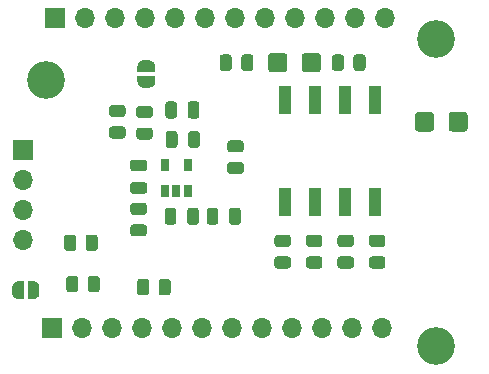
<source format=gbr>
%TF.GenerationSoftware,KiCad,Pcbnew,(5.1.9)-1*%
%TF.CreationDate,2021-10-14T16:01:30-04:00*%
%TF.ProjectId,ModularPreamp,4d6f6475-6c61-4725-9072-65616d702e6b,rev?*%
%TF.SameCoordinates,Original*%
%TF.FileFunction,Soldermask,Top*%
%TF.FilePolarity,Negative*%
%FSLAX46Y46*%
G04 Gerber Fmt 4.6, Leading zero omitted, Abs format (unit mm)*
G04 Created by KiCad (PCBNEW (5.1.9)-1) date 2021-10-14 16:01:30*
%MOMM*%
%LPD*%
G01*
G04 APERTURE LIST*
%ADD10C,3.200000*%
%ADD11C,0.100000*%
%ADD12O,1.700000X1.700000*%
%ADD13R,1.700000X1.700000*%
%ADD14R,1.120000X2.440000*%
%ADD15R,0.650000X1.060000*%
G04 APERTURE END LIST*
D10*
%TO.C,H3*%
X181500000Y-90500000D03*
%TD*%
%TO.C,H2*%
X181500000Y-116500000D03*
%TD*%
%TO.C,H1*%
X148500000Y-94000000D03*
%TD*%
D11*
%TO.C,JP1*%
G36*
X147400000Y-111000602D02*
G01*
X147424534Y-111000602D01*
X147473365Y-111005412D01*
X147521490Y-111014984D01*
X147568445Y-111029228D01*
X147613778Y-111048005D01*
X147657051Y-111071136D01*
X147697850Y-111098396D01*
X147735779Y-111129524D01*
X147770476Y-111164221D01*
X147801604Y-111202150D01*
X147828864Y-111242949D01*
X147851995Y-111286222D01*
X147870772Y-111331555D01*
X147885016Y-111378510D01*
X147894588Y-111426635D01*
X147899398Y-111475466D01*
X147899398Y-111500000D01*
X147900000Y-111500000D01*
X147900000Y-112000000D01*
X147899398Y-112000000D01*
X147899398Y-112024534D01*
X147894588Y-112073365D01*
X147885016Y-112121490D01*
X147870772Y-112168445D01*
X147851995Y-112213778D01*
X147828864Y-112257051D01*
X147801604Y-112297850D01*
X147770476Y-112335779D01*
X147735779Y-112370476D01*
X147697850Y-112401604D01*
X147657051Y-112428864D01*
X147613778Y-112451995D01*
X147568445Y-112470772D01*
X147521490Y-112485016D01*
X147473365Y-112494588D01*
X147424534Y-112499398D01*
X147400000Y-112499398D01*
X147400000Y-112500000D01*
X146900000Y-112500000D01*
X146900000Y-111000000D01*
X147400000Y-111000000D01*
X147400000Y-111000602D01*
G37*
G36*
X146600000Y-112500000D02*
G01*
X146100000Y-112500000D01*
X146100000Y-112499398D01*
X146075466Y-112499398D01*
X146026635Y-112494588D01*
X145978510Y-112485016D01*
X145931555Y-112470772D01*
X145886222Y-112451995D01*
X145842949Y-112428864D01*
X145802150Y-112401604D01*
X145764221Y-112370476D01*
X145729524Y-112335779D01*
X145698396Y-112297850D01*
X145671136Y-112257051D01*
X145648005Y-112213778D01*
X145629228Y-112168445D01*
X145614984Y-112121490D01*
X145605412Y-112073365D01*
X145600602Y-112024534D01*
X145600602Y-112000000D01*
X145600000Y-112000000D01*
X145600000Y-111500000D01*
X145600602Y-111500000D01*
X145600602Y-111475466D01*
X145605412Y-111426635D01*
X145614984Y-111378510D01*
X145629228Y-111331555D01*
X145648005Y-111286222D01*
X145671136Y-111242949D01*
X145698396Y-111202150D01*
X145729524Y-111164221D01*
X145764221Y-111129524D01*
X145802150Y-111098396D01*
X145842949Y-111071136D01*
X145886222Y-111048005D01*
X145931555Y-111029228D01*
X145978510Y-111014984D01*
X146026635Y-111005412D01*
X146075466Y-111000602D01*
X146100000Y-111000602D01*
X146100000Y-111000000D01*
X146600000Y-111000000D01*
X146600000Y-112500000D01*
G37*
%TD*%
%TO.C,R9*%
G36*
G01*
X174487500Y-92950002D02*
X174487500Y-92049998D01*
G75*
G02*
X174737498Y-91800000I249998J0D01*
G01*
X175262502Y-91800000D01*
G75*
G02*
X175512500Y-92049998I0J-249998D01*
G01*
X175512500Y-92950002D01*
G75*
G02*
X175262502Y-93200000I-249998J0D01*
G01*
X174737498Y-93200000D01*
G75*
G02*
X174487500Y-92950002I0J249998D01*
G01*
G37*
G36*
G01*
X172662500Y-92950002D02*
X172662500Y-92049998D01*
G75*
G02*
X172912498Y-91800000I249998J0D01*
G01*
X173437502Y-91800000D01*
G75*
G02*
X173687500Y-92049998I0J-249998D01*
G01*
X173687500Y-92950002D01*
G75*
G02*
X173437502Y-93200000I-249998J0D01*
G01*
X172912498Y-93200000D01*
G75*
G02*
X172662500Y-92950002I0J249998D01*
G01*
G37*
%TD*%
%TO.C,R8*%
G36*
G01*
X164987500Y-92950002D02*
X164987500Y-92049998D01*
G75*
G02*
X165237498Y-91800000I249998J0D01*
G01*
X165762502Y-91800000D01*
G75*
G02*
X166012500Y-92049998I0J-249998D01*
G01*
X166012500Y-92950002D01*
G75*
G02*
X165762502Y-93200000I-249998J0D01*
G01*
X165237498Y-93200000D01*
G75*
G02*
X164987500Y-92950002I0J249998D01*
G01*
G37*
G36*
G01*
X163162500Y-92950002D02*
X163162500Y-92049998D01*
G75*
G02*
X163412498Y-91800000I249998J0D01*
G01*
X163937502Y-91800000D01*
G75*
G02*
X164187500Y-92049998I0J-249998D01*
G01*
X164187500Y-92950002D01*
G75*
G02*
X163937502Y-93200000I-249998J0D01*
G01*
X163412498Y-93200000D01*
G75*
G02*
X163162500Y-92950002I0J249998D01*
G01*
G37*
%TD*%
%TO.C,R7*%
G36*
G01*
X151187500Y-110799998D02*
X151187500Y-111700002D01*
G75*
G02*
X150937502Y-111950000I-249998J0D01*
G01*
X150412498Y-111950000D01*
G75*
G02*
X150162500Y-111700002I0J249998D01*
G01*
X150162500Y-110799998D01*
G75*
G02*
X150412498Y-110550000I249998J0D01*
G01*
X150937502Y-110550000D01*
G75*
G02*
X151187500Y-110799998I0J-249998D01*
G01*
G37*
G36*
G01*
X153012500Y-110799998D02*
X153012500Y-111700002D01*
G75*
G02*
X152762502Y-111950000I-249998J0D01*
G01*
X152237498Y-111950000D01*
G75*
G02*
X151987500Y-111700002I0J249998D01*
G01*
X151987500Y-110799998D01*
G75*
G02*
X152237498Y-110550000I249998J0D01*
G01*
X152762502Y-110550000D01*
G75*
G02*
X153012500Y-110799998I0J-249998D01*
G01*
G37*
%TD*%
%TO.C,R6*%
G36*
G01*
X151012500Y-107299998D02*
X151012500Y-108200002D01*
G75*
G02*
X150762502Y-108450000I-249998J0D01*
G01*
X150237498Y-108450000D01*
G75*
G02*
X149987500Y-108200002I0J249998D01*
G01*
X149987500Y-107299998D01*
G75*
G02*
X150237498Y-107050000I249998J0D01*
G01*
X150762502Y-107050000D01*
G75*
G02*
X151012500Y-107299998I0J-249998D01*
G01*
G37*
G36*
G01*
X152837500Y-107299998D02*
X152837500Y-108200002D01*
G75*
G02*
X152587502Y-108450000I-249998J0D01*
G01*
X152062498Y-108450000D01*
G75*
G02*
X151812500Y-108200002I0J249998D01*
G01*
X151812500Y-107299998D01*
G75*
G02*
X152062498Y-107050000I249998J0D01*
G01*
X152587502Y-107050000D01*
G75*
G02*
X152837500Y-107299998I0J-249998D01*
G01*
G37*
%TD*%
D12*
%TO.C,J1*%
X146500000Y-107500000D03*
X146500000Y-104960000D03*
X146500000Y-102420000D03*
D13*
X146500000Y-99880000D03*
%TD*%
%TO.C,D2*%
G36*
G01*
X182550000Y-98075000D02*
X182550000Y-96925000D01*
G75*
G02*
X182800000Y-96675000I250000J0D01*
G01*
X183900000Y-96675000D01*
G75*
G02*
X184150000Y-96925000I0J-250000D01*
G01*
X184150000Y-98075000D01*
G75*
G02*
X183900000Y-98325000I-250000J0D01*
G01*
X182800000Y-98325000D01*
G75*
G02*
X182550000Y-98075000I0J250000D01*
G01*
G37*
G36*
G01*
X179700000Y-98075000D02*
X179700000Y-96925000D01*
G75*
G02*
X179950000Y-96675000I250000J0D01*
G01*
X181050000Y-96675000D01*
G75*
G02*
X181300000Y-96925000I0J-250000D01*
G01*
X181300000Y-98075000D01*
G75*
G02*
X181050000Y-98325000I-250000J0D01*
G01*
X179950000Y-98325000D01*
G75*
G02*
X179700000Y-98075000I0J250000D01*
G01*
G37*
%TD*%
%TO.C,D1*%
G36*
G01*
X170125000Y-93075000D02*
X170125000Y-91925000D01*
G75*
G02*
X170375000Y-91675000I250000J0D01*
G01*
X171475000Y-91675000D01*
G75*
G02*
X171725000Y-91925000I0J-250000D01*
G01*
X171725000Y-93075000D01*
G75*
G02*
X171475000Y-93325000I-250000J0D01*
G01*
X170375000Y-93325000D01*
G75*
G02*
X170125000Y-93075000I0J250000D01*
G01*
G37*
G36*
G01*
X167275000Y-93075000D02*
X167275000Y-91925000D01*
G75*
G02*
X167525000Y-91675000I250000J0D01*
G01*
X168625000Y-91675000D01*
G75*
G02*
X168875000Y-91925000I0J-250000D01*
G01*
X168875000Y-93075000D01*
G75*
G02*
X168625000Y-93325000I-250000J0D01*
G01*
X167525000Y-93325000D01*
G75*
G02*
X167275000Y-93075000I0J250000D01*
G01*
G37*
%TD*%
%TO.C,C6*%
G36*
G01*
X159500000Y-105025000D02*
X159500000Y-105975000D01*
G75*
G02*
X159250000Y-106225000I-250000J0D01*
G01*
X158750000Y-106225000D01*
G75*
G02*
X158500000Y-105975000I0J250000D01*
G01*
X158500000Y-105025000D01*
G75*
G02*
X158750000Y-104775000I250000J0D01*
G01*
X159250000Y-104775000D01*
G75*
G02*
X159500000Y-105025000I0J-250000D01*
G01*
G37*
G36*
G01*
X161400000Y-105025000D02*
X161400000Y-105975000D01*
G75*
G02*
X161150000Y-106225000I-250000J0D01*
G01*
X160650000Y-106225000D01*
G75*
G02*
X160400000Y-105975000I0J250000D01*
G01*
X160400000Y-105025000D01*
G75*
G02*
X160650000Y-104775000I250000J0D01*
G01*
X161150000Y-104775000D01*
G75*
G02*
X161400000Y-105025000I0J-250000D01*
G01*
G37*
%TD*%
%TO.C,C5*%
G36*
G01*
X163050000Y-105025000D02*
X163050000Y-105975000D01*
G75*
G02*
X162800000Y-106225000I-250000J0D01*
G01*
X162300000Y-106225000D01*
G75*
G02*
X162050000Y-105975000I0J250000D01*
G01*
X162050000Y-105025000D01*
G75*
G02*
X162300000Y-104775000I250000J0D01*
G01*
X162800000Y-104775000D01*
G75*
G02*
X163050000Y-105025000I0J-250000D01*
G01*
G37*
G36*
G01*
X164950000Y-105025000D02*
X164950000Y-105975000D01*
G75*
G02*
X164700000Y-106225000I-250000J0D01*
G01*
X164200000Y-106225000D01*
G75*
G02*
X163950000Y-105975000I0J250000D01*
G01*
X163950000Y-105025000D01*
G75*
G02*
X164200000Y-104775000I250000J0D01*
G01*
X164700000Y-104775000D01*
G75*
G02*
X164950000Y-105025000I0J-250000D01*
G01*
G37*
%TD*%
%TO.C,C3*%
G36*
G01*
X160500000Y-99475000D02*
X160500000Y-98525000D01*
G75*
G02*
X160750000Y-98275000I250000J0D01*
G01*
X161250000Y-98275000D01*
G75*
G02*
X161500000Y-98525000I0J-250000D01*
G01*
X161500000Y-99475000D01*
G75*
G02*
X161250000Y-99725000I-250000J0D01*
G01*
X160750000Y-99725000D01*
G75*
G02*
X160500000Y-99475000I0J250000D01*
G01*
G37*
G36*
G01*
X158600000Y-99475000D02*
X158600000Y-98525000D01*
G75*
G02*
X158850000Y-98275000I250000J0D01*
G01*
X159350000Y-98275000D01*
G75*
G02*
X159600000Y-98525000I0J-250000D01*
G01*
X159600000Y-99475000D01*
G75*
G02*
X159350000Y-99725000I-250000J0D01*
G01*
X158850000Y-99725000D01*
G75*
G02*
X158600000Y-99475000I0J250000D01*
G01*
G37*
%TD*%
%TO.C,C1*%
G36*
G01*
X160450000Y-96975000D02*
X160450000Y-96025000D01*
G75*
G02*
X160700000Y-95775000I250000J0D01*
G01*
X161200000Y-95775000D01*
G75*
G02*
X161450000Y-96025000I0J-250000D01*
G01*
X161450000Y-96975000D01*
G75*
G02*
X161200000Y-97225000I-250000J0D01*
G01*
X160700000Y-97225000D01*
G75*
G02*
X160450000Y-96975000I0J250000D01*
G01*
G37*
G36*
G01*
X158550000Y-96975000D02*
X158550000Y-96025000D01*
G75*
G02*
X158800000Y-95775000I250000J0D01*
G01*
X159300000Y-95775000D01*
G75*
G02*
X159550000Y-96025000I0J-250000D01*
G01*
X159550000Y-96975000D01*
G75*
G02*
X159300000Y-97225000I-250000J0D01*
G01*
X158800000Y-97225000D01*
G75*
G02*
X158550000Y-96975000I0J250000D01*
G01*
G37*
%TD*%
%TO.C,R5*%
G36*
G01*
X164950002Y-100100000D02*
X164049998Y-100100000D01*
G75*
G02*
X163800000Y-99850002I0J249998D01*
G01*
X163800000Y-99324998D01*
G75*
G02*
X164049998Y-99075000I249998J0D01*
G01*
X164950002Y-99075000D01*
G75*
G02*
X165200000Y-99324998I0J-249998D01*
G01*
X165200000Y-99850002D01*
G75*
G02*
X164950002Y-100100000I-249998J0D01*
G01*
G37*
G36*
G01*
X164950002Y-101925000D02*
X164049998Y-101925000D01*
G75*
G02*
X163800000Y-101675002I0J249998D01*
G01*
X163800000Y-101149998D01*
G75*
G02*
X164049998Y-100900000I249998J0D01*
G01*
X164950002Y-100900000D01*
G75*
G02*
X165200000Y-101149998I0J-249998D01*
G01*
X165200000Y-101675002D01*
G75*
G02*
X164950002Y-101925000I-249998J0D01*
G01*
G37*
%TD*%
D14*
%TO.C,SW1*%
X176310000Y-104305000D03*
X168690000Y-95695000D03*
X173770000Y-104305000D03*
X171230000Y-95695000D03*
X171230000Y-104305000D03*
X173770000Y-95695000D03*
X168690000Y-104305000D03*
X176310000Y-95695000D03*
%TD*%
%TO.C,R1*%
G36*
G01*
X176950002Y-108100000D02*
X176049998Y-108100000D01*
G75*
G02*
X175800000Y-107850002I0J249998D01*
G01*
X175800000Y-107324998D01*
G75*
G02*
X176049998Y-107075000I249998J0D01*
G01*
X176950002Y-107075000D01*
G75*
G02*
X177200000Y-107324998I0J-249998D01*
G01*
X177200000Y-107850002D01*
G75*
G02*
X176950002Y-108100000I-249998J0D01*
G01*
G37*
G36*
G01*
X176950002Y-109925000D02*
X176049998Y-109925000D01*
G75*
G02*
X175800000Y-109675002I0J249998D01*
G01*
X175800000Y-109149998D01*
G75*
G02*
X176049998Y-108900000I249998J0D01*
G01*
X176950002Y-108900000D01*
G75*
G02*
X177200000Y-109149998I0J-249998D01*
G01*
X177200000Y-109675002D01*
G75*
G02*
X176950002Y-109925000I-249998J0D01*
G01*
G37*
%TD*%
%TO.C,R2*%
G36*
G01*
X174283334Y-108100000D02*
X173383330Y-108100000D01*
G75*
G02*
X173133332Y-107850002I0J249998D01*
G01*
X173133332Y-107324998D01*
G75*
G02*
X173383330Y-107075000I249998J0D01*
G01*
X174283334Y-107075000D01*
G75*
G02*
X174533332Y-107324998I0J-249998D01*
G01*
X174533332Y-107850002D01*
G75*
G02*
X174283334Y-108100000I-249998J0D01*
G01*
G37*
G36*
G01*
X174283334Y-109925000D02*
X173383330Y-109925000D01*
G75*
G02*
X173133332Y-109675002I0J249998D01*
G01*
X173133332Y-109149998D01*
G75*
G02*
X173383330Y-108900000I249998J0D01*
G01*
X174283334Y-108900000D01*
G75*
G02*
X174533332Y-109149998I0J-249998D01*
G01*
X174533332Y-109675002D01*
G75*
G02*
X174283334Y-109925000I-249998J0D01*
G01*
G37*
%TD*%
%TO.C,R3*%
G36*
G01*
X171616668Y-108100000D02*
X170716664Y-108100000D01*
G75*
G02*
X170466666Y-107850002I0J249998D01*
G01*
X170466666Y-107324998D01*
G75*
G02*
X170716664Y-107075000I249998J0D01*
G01*
X171616668Y-107075000D01*
G75*
G02*
X171866666Y-107324998I0J-249998D01*
G01*
X171866666Y-107850002D01*
G75*
G02*
X171616668Y-108100000I-249998J0D01*
G01*
G37*
G36*
G01*
X171616668Y-109925000D02*
X170716664Y-109925000D01*
G75*
G02*
X170466666Y-109675002I0J249998D01*
G01*
X170466666Y-109149998D01*
G75*
G02*
X170716664Y-108900000I249998J0D01*
G01*
X171616668Y-108900000D01*
G75*
G02*
X171866666Y-109149998I0J-249998D01*
G01*
X171866666Y-109675002D01*
G75*
G02*
X171616668Y-109925000I-249998J0D01*
G01*
G37*
%TD*%
%TO.C,R4*%
G36*
G01*
X168950002Y-108100000D02*
X168049998Y-108100000D01*
G75*
G02*
X167800000Y-107850002I0J249998D01*
G01*
X167800000Y-107324998D01*
G75*
G02*
X168049998Y-107075000I249998J0D01*
G01*
X168950002Y-107075000D01*
G75*
G02*
X169200000Y-107324998I0J-249998D01*
G01*
X169200000Y-107850002D01*
G75*
G02*
X168950002Y-108100000I-249998J0D01*
G01*
G37*
G36*
G01*
X168950002Y-109925000D02*
X168049998Y-109925000D01*
G75*
G02*
X167800000Y-109675002I0J249998D01*
G01*
X167800000Y-109149998D01*
G75*
G02*
X168049998Y-108900000I249998J0D01*
G01*
X168950002Y-108900000D01*
G75*
G02*
X169200000Y-109149998I0J-249998D01*
G01*
X169200000Y-109675002D01*
G75*
G02*
X168950002Y-109925000I-249998J0D01*
G01*
G37*
%TD*%
D12*
%TO.C,J18*%
X177190000Y-88750000D03*
X174650000Y-88750000D03*
X172110000Y-88750000D03*
X169570000Y-88750000D03*
X167030000Y-88750000D03*
X164490000Y-88750000D03*
X161950000Y-88750000D03*
X159410000Y-88750000D03*
X156870000Y-88750000D03*
X154330000Y-88750000D03*
X151790000Y-88750000D03*
D13*
X149250000Y-88750000D03*
%TD*%
D12*
%TO.C,J22*%
X176940000Y-115000000D03*
X174400000Y-115000000D03*
X171860000Y-115000000D03*
X169320000Y-115000000D03*
X166780000Y-115000000D03*
X164240000Y-115000000D03*
X161700000Y-115000000D03*
X159160000Y-115000000D03*
X156620000Y-115000000D03*
X154080000Y-115000000D03*
X151540000Y-115000000D03*
D13*
X149000000Y-115000000D03*
%TD*%
D11*
%TO.C,JP6*%
G36*
X156200602Y-92800000D02*
G01*
X156200602Y-92775466D01*
X156205412Y-92726635D01*
X156214984Y-92678510D01*
X156229228Y-92631555D01*
X156248005Y-92586222D01*
X156271136Y-92542949D01*
X156298396Y-92502150D01*
X156329524Y-92464221D01*
X156364221Y-92429524D01*
X156402150Y-92398396D01*
X156442949Y-92371136D01*
X156486222Y-92348005D01*
X156531555Y-92329228D01*
X156578510Y-92314984D01*
X156626635Y-92305412D01*
X156675466Y-92300602D01*
X156700000Y-92300602D01*
X156700000Y-92300000D01*
X157200000Y-92300000D01*
X157200000Y-92300602D01*
X157224534Y-92300602D01*
X157273365Y-92305412D01*
X157321490Y-92314984D01*
X157368445Y-92329228D01*
X157413778Y-92348005D01*
X157457051Y-92371136D01*
X157497850Y-92398396D01*
X157535779Y-92429524D01*
X157570476Y-92464221D01*
X157601604Y-92502150D01*
X157628864Y-92542949D01*
X157651995Y-92586222D01*
X157670772Y-92631555D01*
X157685016Y-92678510D01*
X157694588Y-92726635D01*
X157699398Y-92775466D01*
X157699398Y-92800000D01*
X157700000Y-92800000D01*
X157700000Y-93300000D01*
X156200000Y-93300000D01*
X156200000Y-92800000D01*
X156200602Y-92800000D01*
G37*
G36*
X157700000Y-93600000D02*
G01*
X157700000Y-94100000D01*
X157699398Y-94100000D01*
X157699398Y-94124534D01*
X157694588Y-94173365D01*
X157685016Y-94221490D01*
X157670772Y-94268445D01*
X157651995Y-94313778D01*
X157628864Y-94357051D01*
X157601604Y-94397850D01*
X157570476Y-94435779D01*
X157535779Y-94470476D01*
X157497850Y-94501604D01*
X157457051Y-94528864D01*
X157413778Y-94551995D01*
X157368445Y-94570772D01*
X157321490Y-94585016D01*
X157273365Y-94594588D01*
X157224534Y-94599398D01*
X157200000Y-94599398D01*
X157200000Y-94600000D01*
X156700000Y-94600000D01*
X156700000Y-94599398D01*
X156675466Y-94599398D01*
X156626635Y-94594588D01*
X156578510Y-94585016D01*
X156531555Y-94570772D01*
X156486222Y-94551995D01*
X156442949Y-94528864D01*
X156402150Y-94501604D01*
X156364221Y-94470476D01*
X156329524Y-94435779D01*
X156298396Y-94397850D01*
X156271136Y-94357051D01*
X156248005Y-94313778D01*
X156229228Y-94268445D01*
X156214984Y-94221490D01*
X156205412Y-94173365D01*
X156200602Y-94124534D01*
X156200602Y-94100000D01*
X156200000Y-94100000D01*
X156200000Y-93600000D01*
X157700000Y-93600000D01*
G37*
%TD*%
D15*
%TO.C,U4*%
X158550000Y-101200000D03*
X160450000Y-101200000D03*
X160450000Y-103400000D03*
X159500000Y-103400000D03*
X158550000Y-103400000D03*
%TD*%
%TO.C,R38*%
G36*
G01*
X156349998Y-97987500D02*
X157250002Y-97987500D01*
G75*
G02*
X157500000Y-98237498I0J-249998D01*
G01*
X157500000Y-98762502D01*
G75*
G02*
X157250002Y-99012500I-249998J0D01*
G01*
X156349998Y-99012500D01*
G75*
G02*
X156100000Y-98762502I0J249998D01*
G01*
X156100000Y-98237498D01*
G75*
G02*
X156349998Y-97987500I249998J0D01*
G01*
G37*
G36*
G01*
X156349998Y-96162500D02*
X157250002Y-96162500D01*
G75*
G02*
X157500000Y-96412498I0J-249998D01*
G01*
X157500000Y-96937502D01*
G75*
G02*
X157250002Y-97187500I-249998J0D01*
G01*
X156349998Y-97187500D01*
G75*
G02*
X156100000Y-96937502I0J249998D01*
G01*
X156100000Y-96412498D01*
G75*
G02*
X156349998Y-96162500I249998J0D01*
G01*
G37*
%TD*%
%TO.C,R37*%
G36*
G01*
X154049998Y-97900000D02*
X154950002Y-97900000D01*
G75*
G02*
X155200000Y-98149998I0J-249998D01*
G01*
X155200000Y-98675002D01*
G75*
G02*
X154950002Y-98925000I-249998J0D01*
G01*
X154049998Y-98925000D01*
G75*
G02*
X153800000Y-98675002I0J249998D01*
G01*
X153800000Y-98149998D01*
G75*
G02*
X154049998Y-97900000I249998J0D01*
G01*
G37*
G36*
G01*
X154049998Y-96075000D02*
X154950002Y-96075000D01*
G75*
G02*
X155200000Y-96324998I0J-249998D01*
G01*
X155200000Y-96850002D01*
G75*
G02*
X154950002Y-97100000I-249998J0D01*
G01*
X154049998Y-97100000D01*
G75*
G02*
X153800000Y-96850002I0J249998D01*
G01*
X153800000Y-96324998D01*
G75*
G02*
X154049998Y-96075000I249998J0D01*
G01*
G37*
%TD*%
%TO.C,R36*%
G36*
G01*
X155849998Y-106187500D02*
X156750002Y-106187500D01*
G75*
G02*
X157000000Y-106437498I0J-249998D01*
G01*
X157000000Y-106962502D01*
G75*
G02*
X156750002Y-107212500I-249998J0D01*
G01*
X155849998Y-107212500D01*
G75*
G02*
X155600000Y-106962502I0J249998D01*
G01*
X155600000Y-106437498D01*
G75*
G02*
X155849998Y-106187500I249998J0D01*
G01*
G37*
G36*
G01*
X155849998Y-104362500D02*
X156750002Y-104362500D01*
G75*
G02*
X157000000Y-104612498I0J-249998D01*
G01*
X157000000Y-105137502D01*
G75*
G02*
X156750002Y-105387500I-249998J0D01*
G01*
X155849998Y-105387500D01*
G75*
G02*
X155600000Y-105137502I0J249998D01*
G01*
X155600000Y-104612498D01*
G75*
G02*
X155849998Y-104362500I249998J0D01*
G01*
G37*
%TD*%
%TO.C,R33*%
G36*
G01*
X157187500Y-111049998D02*
X157187500Y-111950002D01*
G75*
G02*
X156937502Y-112200000I-249998J0D01*
G01*
X156412498Y-112200000D01*
G75*
G02*
X156162500Y-111950002I0J249998D01*
G01*
X156162500Y-111049998D01*
G75*
G02*
X156412498Y-110800000I249998J0D01*
G01*
X156937502Y-110800000D01*
G75*
G02*
X157187500Y-111049998I0J-249998D01*
G01*
G37*
G36*
G01*
X159012500Y-111049998D02*
X159012500Y-111950002D01*
G75*
G02*
X158762502Y-112200000I-249998J0D01*
G01*
X158237498Y-112200000D01*
G75*
G02*
X157987500Y-111950002I0J249998D01*
G01*
X157987500Y-111049998D01*
G75*
G02*
X158237498Y-110800000I249998J0D01*
G01*
X158762502Y-110800000D01*
G75*
G02*
X159012500Y-111049998I0J-249998D01*
G01*
G37*
%TD*%
%TO.C,C21*%
G36*
G01*
X155825000Y-102600000D02*
X156775000Y-102600000D01*
G75*
G02*
X157025000Y-102850000I0J-250000D01*
G01*
X157025000Y-103350000D01*
G75*
G02*
X156775000Y-103600000I-250000J0D01*
G01*
X155825000Y-103600000D01*
G75*
G02*
X155575000Y-103350000I0J250000D01*
G01*
X155575000Y-102850000D01*
G75*
G02*
X155825000Y-102600000I250000J0D01*
G01*
G37*
G36*
G01*
X155825000Y-100700000D02*
X156775000Y-100700000D01*
G75*
G02*
X157025000Y-100950000I0J-250000D01*
G01*
X157025000Y-101450000D01*
G75*
G02*
X156775000Y-101700000I-250000J0D01*
G01*
X155825000Y-101700000D01*
G75*
G02*
X155575000Y-101450000I0J250000D01*
G01*
X155575000Y-100950000D01*
G75*
G02*
X155825000Y-100700000I250000J0D01*
G01*
G37*
%TD*%
M02*

</source>
